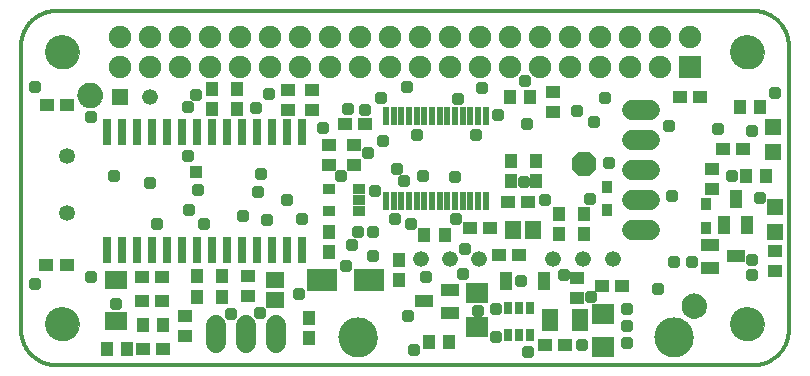
<source format=gts>
G75*
%MOIN*%
%OFA0B0*%
%FSLAX25Y25*%
%IPPOS*%
%LPD*%
%AMOC8*
5,1,8,0,0,1.08239X$1,22.5*
%
%ADD10C,0.01200*%
%ADD11R,0.04831X0.04437*%
%ADD12R,0.04437X0.04831*%
%ADD13R,0.07587X0.06799*%
%ADD14R,0.05224X0.07390*%
%ADD15R,0.04437X0.06406*%
%ADD16R,0.02862X0.04043*%
%ADD17C,0.06500*%
%ADD18R,0.03650X0.04437*%
%ADD19R,0.06012X0.04437*%
%ADD20R,0.04437X0.06012*%
%ADD21R,0.02075X0.06406*%
%ADD22R,0.05224X0.05224*%
%ADD23R,0.03100X0.08500*%
%ADD24C,0.05300*%
%ADD25R,0.04398X0.03217*%
%ADD26R,0.06406X0.05618*%
%ADD27R,0.07587X0.06012*%
%ADD28R,0.10343X0.07193*%
%ADD29R,0.05618X0.06406*%
%ADD30C,0.00000*%
%ADD31C,0.13098*%
%ADD32C,0.05224*%
%ADD33OC8,0.08100*%
%ADD34R,0.07500X0.07500*%
%ADD35C,0.07500*%
%ADD36C,0.11327*%
%ADD37C,0.00500*%
%ADD38OC8,0.04262*%
%ADD39R,0.04262X0.04262*%
D10*
X0015580Y0025231D02*
X0247863Y0025231D01*
X0248148Y0025234D01*
X0248434Y0025245D01*
X0248719Y0025262D01*
X0249003Y0025286D01*
X0249287Y0025317D01*
X0249570Y0025355D01*
X0249851Y0025400D01*
X0250132Y0025451D01*
X0250412Y0025509D01*
X0250690Y0025574D01*
X0250966Y0025646D01*
X0251240Y0025724D01*
X0251513Y0025809D01*
X0251783Y0025901D01*
X0252051Y0025999D01*
X0252317Y0026103D01*
X0252580Y0026214D01*
X0252840Y0026331D01*
X0253098Y0026454D01*
X0253352Y0026584D01*
X0253603Y0026720D01*
X0253851Y0026861D01*
X0254095Y0027009D01*
X0254336Y0027162D01*
X0254572Y0027322D01*
X0254805Y0027487D01*
X0255034Y0027657D01*
X0255259Y0027833D01*
X0255479Y0028015D01*
X0255695Y0028201D01*
X0255906Y0028393D01*
X0256113Y0028590D01*
X0256315Y0028792D01*
X0256512Y0028999D01*
X0256704Y0029210D01*
X0256890Y0029426D01*
X0257072Y0029646D01*
X0257248Y0029871D01*
X0257418Y0030100D01*
X0257583Y0030333D01*
X0257743Y0030569D01*
X0257896Y0030810D01*
X0258044Y0031054D01*
X0258185Y0031302D01*
X0258321Y0031553D01*
X0258451Y0031807D01*
X0258574Y0032065D01*
X0258691Y0032325D01*
X0258802Y0032588D01*
X0258906Y0032854D01*
X0259004Y0033122D01*
X0259096Y0033392D01*
X0259181Y0033665D01*
X0259259Y0033939D01*
X0259331Y0034215D01*
X0259396Y0034493D01*
X0259454Y0034773D01*
X0259505Y0035054D01*
X0259550Y0035335D01*
X0259588Y0035618D01*
X0259619Y0035902D01*
X0259643Y0036186D01*
X0259660Y0036471D01*
X0259671Y0036757D01*
X0259674Y0037042D01*
X0259674Y0131530D01*
X0259671Y0131815D01*
X0259660Y0132101D01*
X0259643Y0132386D01*
X0259619Y0132670D01*
X0259588Y0132954D01*
X0259550Y0133237D01*
X0259505Y0133518D01*
X0259454Y0133799D01*
X0259396Y0134079D01*
X0259331Y0134357D01*
X0259259Y0134633D01*
X0259181Y0134907D01*
X0259096Y0135180D01*
X0259004Y0135450D01*
X0258906Y0135718D01*
X0258802Y0135984D01*
X0258691Y0136247D01*
X0258574Y0136507D01*
X0258451Y0136765D01*
X0258321Y0137019D01*
X0258185Y0137270D01*
X0258044Y0137518D01*
X0257896Y0137762D01*
X0257743Y0138003D01*
X0257583Y0138239D01*
X0257418Y0138472D01*
X0257248Y0138701D01*
X0257072Y0138926D01*
X0256890Y0139146D01*
X0256704Y0139362D01*
X0256512Y0139573D01*
X0256315Y0139780D01*
X0256113Y0139982D01*
X0255906Y0140179D01*
X0255695Y0140371D01*
X0255479Y0140557D01*
X0255259Y0140739D01*
X0255034Y0140915D01*
X0254805Y0141085D01*
X0254572Y0141250D01*
X0254336Y0141410D01*
X0254095Y0141563D01*
X0253851Y0141711D01*
X0253603Y0141852D01*
X0253352Y0141988D01*
X0253098Y0142118D01*
X0252840Y0142241D01*
X0252580Y0142358D01*
X0252317Y0142469D01*
X0252051Y0142573D01*
X0251783Y0142671D01*
X0251513Y0142763D01*
X0251240Y0142848D01*
X0250966Y0142926D01*
X0250690Y0142998D01*
X0250412Y0143063D01*
X0250132Y0143121D01*
X0249851Y0143172D01*
X0249570Y0143217D01*
X0249287Y0143255D01*
X0249003Y0143286D01*
X0248719Y0143310D01*
X0248434Y0143327D01*
X0248148Y0143338D01*
X0247863Y0143341D01*
X0015580Y0143341D01*
X0015295Y0143338D01*
X0015009Y0143327D01*
X0014724Y0143310D01*
X0014440Y0143286D01*
X0014156Y0143255D01*
X0013873Y0143217D01*
X0013592Y0143172D01*
X0013311Y0143121D01*
X0013031Y0143063D01*
X0012753Y0142998D01*
X0012477Y0142926D01*
X0012203Y0142848D01*
X0011930Y0142763D01*
X0011660Y0142671D01*
X0011392Y0142573D01*
X0011126Y0142469D01*
X0010863Y0142358D01*
X0010603Y0142241D01*
X0010345Y0142118D01*
X0010091Y0141988D01*
X0009840Y0141852D01*
X0009592Y0141711D01*
X0009348Y0141563D01*
X0009107Y0141410D01*
X0008871Y0141250D01*
X0008638Y0141085D01*
X0008409Y0140915D01*
X0008184Y0140739D01*
X0007964Y0140557D01*
X0007748Y0140371D01*
X0007537Y0140179D01*
X0007330Y0139982D01*
X0007128Y0139780D01*
X0006931Y0139573D01*
X0006739Y0139362D01*
X0006553Y0139146D01*
X0006371Y0138926D01*
X0006195Y0138701D01*
X0006025Y0138472D01*
X0005860Y0138239D01*
X0005700Y0138003D01*
X0005547Y0137762D01*
X0005399Y0137518D01*
X0005258Y0137270D01*
X0005122Y0137019D01*
X0004992Y0136765D01*
X0004869Y0136507D01*
X0004752Y0136247D01*
X0004641Y0135984D01*
X0004537Y0135718D01*
X0004439Y0135450D01*
X0004347Y0135180D01*
X0004262Y0134907D01*
X0004184Y0134633D01*
X0004112Y0134357D01*
X0004047Y0134079D01*
X0003989Y0133799D01*
X0003938Y0133518D01*
X0003893Y0133237D01*
X0003855Y0132954D01*
X0003824Y0132670D01*
X0003800Y0132386D01*
X0003783Y0132101D01*
X0003772Y0131815D01*
X0003769Y0131530D01*
X0003769Y0037042D01*
X0003772Y0036757D01*
X0003783Y0036471D01*
X0003800Y0036186D01*
X0003824Y0035902D01*
X0003855Y0035618D01*
X0003893Y0035335D01*
X0003938Y0035054D01*
X0003989Y0034773D01*
X0004047Y0034493D01*
X0004112Y0034215D01*
X0004184Y0033939D01*
X0004262Y0033665D01*
X0004347Y0033392D01*
X0004439Y0033122D01*
X0004537Y0032854D01*
X0004641Y0032588D01*
X0004752Y0032325D01*
X0004869Y0032065D01*
X0004992Y0031807D01*
X0005122Y0031553D01*
X0005258Y0031302D01*
X0005399Y0031054D01*
X0005547Y0030810D01*
X0005700Y0030569D01*
X0005860Y0030333D01*
X0006025Y0030100D01*
X0006195Y0029871D01*
X0006371Y0029646D01*
X0006553Y0029426D01*
X0006739Y0029210D01*
X0006931Y0028999D01*
X0007128Y0028792D01*
X0007330Y0028590D01*
X0007537Y0028393D01*
X0007748Y0028201D01*
X0007964Y0028015D01*
X0008184Y0027833D01*
X0008409Y0027657D01*
X0008638Y0027487D01*
X0008871Y0027322D01*
X0009107Y0027162D01*
X0009348Y0027009D01*
X0009592Y0026861D01*
X0009840Y0026720D01*
X0010091Y0026584D01*
X0010345Y0026454D01*
X0010603Y0026331D01*
X0010863Y0026214D01*
X0011126Y0026103D01*
X0011392Y0025999D01*
X0011660Y0025901D01*
X0011930Y0025809D01*
X0012203Y0025724D01*
X0012477Y0025646D01*
X0012753Y0025574D01*
X0013031Y0025509D01*
X0013311Y0025451D01*
X0013592Y0025400D01*
X0013873Y0025355D01*
X0014156Y0025317D01*
X0014440Y0025286D01*
X0014724Y0025262D01*
X0015009Y0025245D01*
X0015295Y0025234D01*
X0015580Y0025231D01*
D11*
X0044241Y0030743D03*
X0050934Y0030743D03*
X0058375Y0034995D03*
X0058375Y0041688D03*
X0050816Y0046767D03*
X0044123Y0046767D03*
X0044202Y0054759D03*
X0050894Y0054759D03*
X0079556Y0054877D03*
X0079556Y0048184D03*
X0018926Y0058578D03*
X0012233Y0058578D03*
X0106328Y0092082D03*
X0114595Y0092042D03*
X0114595Y0098735D03*
X0106328Y0098775D03*
X0111721Y0105625D03*
X0118414Y0105625D03*
X0100816Y0110389D03*
X0092666Y0110389D03*
X0092666Y0117082D03*
X0100816Y0117082D03*
X0166131Y0079680D03*
X0172824Y0079680D03*
X0160186Y0070822D03*
X0153493Y0070822D03*
X0162942Y0062042D03*
X0169635Y0062042D03*
X0189202Y0054326D03*
X0197272Y0051727D03*
X0203965Y0051727D03*
X0189202Y0047633D03*
X0185009Y0031944D03*
X0178316Y0031944D03*
X0255146Y0056767D03*
X0255146Y0063460D03*
X0234083Y0084089D03*
X0234083Y0090782D03*
X0237587Y0097397D03*
X0244280Y0097397D03*
X0230068Y0114483D03*
X0223375Y0114483D03*
X0180934Y0116294D03*
X0180934Y0109601D03*
X0019044Y0112121D03*
X0012351Y0112121D03*
D12*
X0067548Y0110586D03*
X0075698Y0110625D03*
X0075698Y0117318D03*
X0067548Y0117278D03*
X0106446Y0069798D03*
X0106446Y0063105D03*
X0129733Y0060192D03*
X0129733Y0053499D03*
X0138217Y0068538D03*
X0144910Y0068538D03*
X0167233Y0086491D03*
X0175501Y0086688D03*
X0175501Y0093381D03*
X0167233Y0093184D03*
X0183178Y0075507D03*
X0191367Y0075546D03*
X0191367Y0068853D03*
X0183178Y0068814D03*
X0245461Y0088420D03*
X0252154Y0088420D03*
X0250028Y0111255D03*
X0243335Y0111255D03*
X0173493Y0114798D03*
X0166800Y0114798D03*
X0070894Y0054837D03*
X0062430Y0054837D03*
X0062430Y0048145D03*
X0070894Y0048145D03*
X0050934Y0038735D03*
X0044241Y0038735D03*
X0039044Y0030743D03*
X0032351Y0030743D03*
X0099635Y0034286D03*
X0099635Y0040979D03*
X0139635Y0033105D03*
X0146328Y0033105D03*
D13*
X0155619Y0038145D03*
X0155619Y0049168D03*
X0197666Y0042200D03*
X0197666Y0031176D03*
D14*
X0189969Y0040389D03*
X0179930Y0040389D03*
D15*
X0178080Y0053204D03*
X0165284Y0053204D03*
D16*
X0165934Y0044208D03*
X0169674Y0044208D03*
X0173414Y0044208D03*
X0173414Y0035152D03*
X0169674Y0035152D03*
X0165934Y0035152D03*
D17*
X0207461Y0070152D02*
X0213461Y0070152D01*
X0213461Y0080152D02*
X0207461Y0080152D01*
X0207461Y0090152D02*
X0213461Y0090152D01*
X0213461Y0100152D02*
X0207461Y0100152D01*
X0207461Y0110152D02*
X0213461Y0110152D01*
X0088690Y0038487D02*
X0088690Y0032487D01*
X0078690Y0032487D02*
X0078690Y0038487D01*
X0068690Y0038487D02*
X0068690Y0032487D01*
D18*
X0199083Y0076885D03*
X0199083Y0084759D03*
X0232154Y0078971D03*
X0232154Y0071097D03*
D19*
X0233532Y0065231D03*
X0242194Y0061491D03*
X0233532Y0057751D03*
X0146879Y0050231D03*
X0138217Y0046491D03*
X0146879Y0042751D03*
D20*
X0238178Y0071924D03*
X0245658Y0071924D03*
X0241918Y0080586D03*
D21*
X0158670Y0079818D03*
X0156111Y0079818D03*
X0153552Y0079818D03*
X0150993Y0079818D03*
X0148434Y0079818D03*
X0145875Y0079818D03*
X0143316Y0079818D03*
X0140757Y0079818D03*
X0138198Y0079818D03*
X0135639Y0079818D03*
X0133080Y0079818D03*
X0130520Y0079818D03*
X0127961Y0079818D03*
X0125402Y0079818D03*
X0125402Y0108361D03*
X0127961Y0108361D03*
X0130520Y0108361D03*
X0133080Y0108361D03*
X0135639Y0108361D03*
X0138198Y0108361D03*
X0140757Y0108361D03*
X0143316Y0108361D03*
X0145875Y0108361D03*
X0148434Y0108361D03*
X0150993Y0108361D03*
X0153552Y0108361D03*
X0156111Y0108361D03*
X0158670Y0108361D03*
D22*
X0254556Y0104562D03*
X0254556Y0096294D03*
X0255028Y0078066D03*
X0255028Y0069798D03*
X0036721Y0114562D03*
D23*
X0037568Y0103141D03*
X0042568Y0103141D03*
X0047568Y0103141D03*
X0052568Y0103141D03*
X0057568Y0103141D03*
X0062568Y0103141D03*
X0067568Y0103141D03*
X0072568Y0103141D03*
X0077568Y0103141D03*
X0082568Y0103141D03*
X0087568Y0103141D03*
X0092568Y0103141D03*
X0097568Y0103141D03*
X0032568Y0103141D03*
X0032568Y0063541D03*
X0037568Y0063541D03*
X0042568Y0063541D03*
X0047568Y0063541D03*
X0052568Y0063541D03*
X0057568Y0063541D03*
X0062568Y0063541D03*
X0067568Y0063541D03*
X0072568Y0063541D03*
X0077568Y0063541D03*
X0082568Y0063541D03*
X0087568Y0063541D03*
X0092568Y0063541D03*
X0097568Y0063541D03*
D24*
X0018965Y0075889D03*
X0018965Y0094889D03*
D25*
X0106367Y0084129D03*
X0116564Y0084129D03*
X0116564Y0080389D03*
X0116564Y0076649D03*
X0106367Y0076649D03*
D26*
X0088335Y0053656D03*
X0088335Y0046963D03*
D27*
X0035501Y0053499D03*
X0035501Y0040113D03*
D28*
X0104064Y0053538D03*
X0119812Y0053538D03*
D29*
X0167784Y0070310D03*
X0174477Y0070310D03*
D30*
X0214989Y0034483D02*
X0214991Y0034641D01*
X0214997Y0034799D01*
X0215007Y0034957D01*
X0215021Y0035115D01*
X0215039Y0035272D01*
X0215060Y0035429D01*
X0215086Y0035585D01*
X0215116Y0035741D01*
X0215149Y0035896D01*
X0215187Y0036049D01*
X0215228Y0036202D01*
X0215273Y0036354D01*
X0215322Y0036505D01*
X0215375Y0036654D01*
X0215431Y0036802D01*
X0215491Y0036948D01*
X0215555Y0037093D01*
X0215623Y0037236D01*
X0215694Y0037378D01*
X0215768Y0037518D01*
X0215846Y0037655D01*
X0215928Y0037791D01*
X0216012Y0037925D01*
X0216101Y0038056D01*
X0216192Y0038185D01*
X0216287Y0038312D01*
X0216384Y0038437D01*
X0216485Y0038559D01*
X0216589Y0038678D01*
X0216696Y0038795D01*
X0216806Y0038909D01*
X0216919Y0039020D01*
X0217034Y0039129D01*
X0217152Y0039234D01*
X0217273Y0039336D01*
X0217396Y0039436D01*
X0217522Y0039532D01*
X0217650Y0039625D01*
X0217780Y0039715D01*
X0217913Y0039801D01*
X0218048Y0039885D01*
X0218184Y0039964D01*
X0218323Y0040041D01*
X0218464Y0040113D01*
X0218606Y0040183D01*
X0218750Y0040248D01*
X0218896Y0040310D01*
X0219043Y0040368D01*
X0219192Y0040423D01*
X0219342Y0040474D01*
X0219493Y0040521D01*
X0219645Y0040564D01*
X0219798Y0040603D01*
X0219953Y0040639D01*
X0220108Y0040670D01*
X0220264Y0040698D01*
X0220420Y0040722D01*
X0220577Y0040742D01*
X0220735Y0040758D01*
X0220892Y0040770D01*
X0221051Y0040778D01*
X0221209Y0040782D01*
X0221367Y0040782D01*
X0221525Y0040778D01*
X0221684Y0040770D01*
X0221841Y0040758D01*
X0221999Y0040742D01*
X0222156Y0040722D01*
X0222312Y0040698D01*
X0222468Y0040670D01*
X0222623Y0040639D01*
X0222778Y0040603D01*
X0222931Y0040564D01*
X0223083Y0040521D01*
X0223234Y0040474D01*
X0223384Y0040423D01*
X0223533Y0040368D01*
X0223680Y0040310D01*
X0223826Y0040248D01*
X0223970Y0040183D01*
X0224112Y0040113D01*
X0224253Y0040041D01*
X0224392Y0039964D01*
X0224528Y0039885D01*
X0224663Y0039801D01*
X0224796Y0039715D01*
X0224926Y0039625D01*
X0225054Y0039532D01*
X0225180Y0039436D01*
X0225303Y0039336D01*
X0225424Y0039234D01*
X0225542Y0039129D01*
X0225657Y0039020D01*
X0225770Y0038909D01*
X0225880Y0038795D01*
X0225987Y0038678D01*
X0226091Y0038559D01*
X0226192Y0038437D01*
X0226289Y0038312D01*
X0226384Y0038185D01*
X0226475Y0038056D01*
X0226564Y0037925D01*
X0226648Y0037791D01*
X0226730Y0037655D01*
X0226808Y0037518D01*
X0226882Y0037378D01*
X0226953Y0037236D01*
X0227021Y0037093D01*
X0227085Y0036948D01*
X0227145Y0036802D01*
X0227201Y0036654D01*
X0227254Y0036505D01*
X0227303Y0036354D01*
X0227348Y0036202D01*
X0227389Y0036049D01*
X0227427Y0035896D01*
X0227460Y0035741D01*
X0227490Y0035585D01*
X0227516Y0035429D01*
X0227537Y0035272D01*
X0227555Y0035115D01*
X0227569Y0034957D01*
X0227579Y0034799D01*
X0227585Y0034641D01*
X0227587Y0034483D01*
X0227585Y0034325D01*
X0227579Y0034167D01*
X0227569Y0034009D01*
X0227555Y0033851D01*
X0227537Y0033694D01*
X0227516Y0033537D01*
X0227490Y0033381D01*
X0227460Y0033225D01*
X0227427Y0033070D01*
X0227389Y0032917D01*
X0227348Y0032764D01*
X0227303Y0032612D01*
X0227254Y0032461D01*
X0227201Y0032312D01*
X0227145Y0032164D01*
X0227085Y0032018D01*
X0227021Y0031873D01*
X0226953Y0031730D01*
X0226882Y0031588D01*
X0226808Y0031448D01*
X0226730Y0031311D01*
X0226648Y0031175D01*
X0226564Y0031041D01*
X0226475Y0030910D01*
X0226384Y0030781D01*
X0226289Y0030654D01*
X0226192Y0030529D01*
X0226091Y0030407D01*
X0225987Y0030288D01*
X0225880Y0030171D01*
X0225770Y0030057D01*
X0225657Y0029946D01*
X0225542Y0029837D01*
X0225424Y0029732D01*
X0225303Y0029630D01*
X0225180Y0029530D01*
X0225054Y0029434D01*
X0224926Y0029341D01*
X0224796Y0029251D01*
X0224663Y0029165D01*
X0224528Y0029081D01*
X0224392Y0029002D01*
X0224253Y0028925D01*
X0224112Y0028853D01*
X0223970Y0028783D01*
X0223826Y0028718D01*
X0223680Y0028656D01*
X0223533Y0028598D01*
X0223384Y0028543D01*
X0223234Y0028492D01*
X0223083Y0028445D01*
X0222931Y0028402D01*
X0222778Y0028363D01*
X0222623Y0028327D01*
X0222468Y0028296D01*
X0222312Y0028268D01*
X0222156Y0028244D01*
X0221999Y0028224D01*
X0221841Y0028208D01*
X0221684Y0028196D01*
X0221525Y0028188D01*
X0221367Y0028184D01*
X0221209Y0028184D01*
X0221051Y0028188D01*
X0220892Y0028196D01*
X0220735Y0028208D01*
X0220577Y0028224D01*
X0220420Y0028244D01*
X0220264Y0028268D01*
X0220108Y0028296D01*
X0219953Y0028327D01*
X0219798Y0028363D01*
X0219645Y0028402D01*
X0219493Y0028445D01*
X0219342Y0028492D01*
X0219192Y0028543D01*
X0219043Y0028598D01*
X0218896Y0028656D01*
X0218750Y0028718D01*
X0218606Y0028783D01*
X0218464Y0028853D01*
X0218323Y0028925D01*
X0218184Y0029002D01*
X0218048Y0029081D01*
X0217913Y0029165D01*
X0217780Y0029251D01*
X0217650Y0029341D01*
X0217522Y0029434D01*
X0217396Y0029530D01*
X0217273Y0029630D01*
X0217152Y0029732D01*
X0217034Y0029837D01*
X0216919Y0029946D01*
X0216806Y0030057D01*
X0216696Y0030171D01*
X0216589Y0030288D01*
X0216485Y0030407D01*
X0216384Y0030529D01*
X0216287Y0030654D01*
X0216192Y0030781D01*
X0216101Y0030910D01*
X0216012Y0031041D01*
X0215928Y0031175D01*
X0215846Y0031311D01*
X0215768Y0031448D01*
X0215694Y0031588D01*
X0215623Y0031730D01*
X0215555Y0031873D01*
X0215491Y0032018D01*
X0215431Y0032164D01*
X0215375Y0032312D01*
X0215322Y0032461D01*
X0215273Y0032612D01*
X0215228Y0032764D01*
X0215187Y0032917D01*
X0215149Y0033070D01*
X0215116Y0033225D01*
X0215086Y0033381D01*
X0215060Y0033537D01*
X0215039Y0033694D01*
X0215021Y0033851D01*
X0215007Y0034009D01*
X0214997Y0034167D01*
X0214991Y0034325D01*
X0214989Y0034483D01*
X0240481Y0039011D02*
X0240483Y0039158D01*
X0240489Y0039304D01*
X0240499Y0039450D01*
X0240513Y0039596D01*
X0240531Y0039742D01*
X0240552Y0039887D01*
X0240578Y0040031D01*
X0240608Y0040175D01*
X0240641Y0040317D01*
X0240678Y0040459D01*
X0240719Y0040600D01*
X0240764Y0040739D01*
X0240813Y0040878D01*
X0240865Y0041015D01*
X0240922Y0041150D01*
X0240981Y0041284D01*
X0241045Y0041416D01*
X0241112Y0041546D01*
X0241182Y0041675D01*
X0241256Y0041802D01*
X0241333Y0041926D01*
X0241414Y0042049D01*
X0241498Y0042169D01*
X0241585Y0042287D01*
X0241675Y0042402D01*
X0241768Y0042515D01*
X0241865Y0042626D01*
X0241964Y0042734D01*
X0242066Y0042839D01*
X0242171Y0042941D01*
X0242279Y0043040D01*
X0242390Y0043137D01*
X0242503Y0043230D01*
X0242618Y0043320D01*
X0242736Y0043407D01*
X0242856Y0043491D01*
X0242979Y0043572D01*
X0243103Y0043649D01*
X0243230Y0043723D01*
X0243359Y0043793D01*
X0243489Y0043860D01*
X0243621Y0043924D01*
X0243755Y0043983D01*
X0243890Y0044040D01*
X0244027Y0044092D01*
X0244166Y0044141D01*
X0244305Y0044186D01*
X0244446Y0044227D01*
X0244588Y0044264D01*
X0244730Y0044297D01*
X0244874Y0044327D01*
X0245018Y0044353D01*
X0245163Y0044374D01*
X0245309Y0044392D01*
X0245455Y0044406D01*
X0245601Y0044416D01*
X0245747Y0044422D01*
X0245894Y0044424D01*
X0246041Y0044422D01*
X0246187Y0044416D01*
X0246333Y0044406D01*
X0246479Y0044392D01*
X0246625Y0044374D01*
X0246770Y0044353D01*
X0246914Y0044327D01*
X0247058Y0044297D01*
X0247200Y0044264D01*
X0247342Y0044227D01*
X0247483Y0044186D01*
X0247622Y0044141D01*
X0247761Y0044092D01*
X0247898Y0044040D01*
X0248033Y0043983D01*
X0248167Y0043924D01*
X0248299Y0043860D01*
X0248429Y0043793D01*
X0248558Y0043723D01*
X0248685Y0043649D01*
X0248809Y0043572D01*
X0248932Y0043491D01*
X0249052Y0043407D01*
X0249170Y0043320D01*
X0249285Y0043230D01*
X0249398Y0043137D01*
X0249509Y0043040D01*
X0249617Y0042941D01*
X0249722Y0042839D01*
X0249824Y0042734D01*
X0249923Y0042626D01*
X0250020Y0042515D01*
X0250113Y0042402D01*
X0250203Y0042287D01*
X0250290Y0042169D01*
X0250374Y0042049D01*
X0250455Y0041926D01*
X0250532Y0041802D01*
X0250606Y0041675D01*
X0250676Y0041546D01*
X0250743Y0041416D01*
X0250807Y0041284D01*
X0250866Y0041150D01*
X0250923Y0041015D01*
X0250975Y0040878D01*
X0251024Y0040739D01*
X0251069Y0040600D01*
X0251110Y0040459D01*
X0251147Y0040317D01*
X0251180Y0040175D01*
X0251210Y0040031D01*
X0251236Y0039887D01*
X0251257Y0039742D01*
X0251275Y0039596D01*
X0251289Y0039450D01*
X0251299Y0039304D01*
X0251305Y0039158D01*
X0251307Y0039011D01*
X0251305Y0038864D01*
X0251299Y0038718D01*
X0251289Y0038572D01*
X0251275Y0038426D01*
X0251257Y0038280D01*
X0251236Y0038135D01*
X0251210Y0037991D01*
X0251180Y0037847D01*
X0251147Y0037705D01*
X0251110Y0037563D01*
X0251069Y0037422D01*
X0251024Y0037283D01*
X0250975Y0037144D01*
X0250923Y0037007D01*
X0250866Y0036872D01*
X0250807Y0036738D01*
X0250743Y0036606D01*
X0250676Y0036476D01*
X0250606Y0036347D01*
X0250532Y0036220D01*
X0250455Y0036096D01*
X0250374Y0035973D01*
X0250290Y0035853D01*
X0250203Y0035735D01*
X0250113Y0035620D01*
X0250020Y0035507D01*
X0249923Y0035396D01*
X0249824Y0035288D01*
X0249722Y0035183D01*
X0249617Y0035081D01*
X0249509Y0034982D01*
X0249398Y0034885D01*
X0249285Y0034792D01*
X0249170Y0034702D01*
X0249052Y0034615D01*
X0248932Y0034531D01*
X0248809Y0034450D01*
X0248685Y0034373D01*
X0248558Y0034299D01*
X0248429Y0034229D01*
X0248299Y0034162D01*
X0248167Y0034098D01*
X0248033Y0034039D01*
X0247898Y0033982D01*
X0247761Y0033930D01*
X0247622Y0033881D01*
X0247483Y0033836D01*
X0247342Y0033795D01*
X0247200Y0033758D01*
X0247058Y0033725D01*
X0246914Y0033695D01*
X0246770Y0033669D01*
X0246625Y0033648D01*
X0246479Y0033630D01*
X0246333Y0033616D01*
X0246187Y0033606D01*
X0246041Y0033600D01*
X0245894Y0033598D01*
X0245747Y0033600D01*
X0245601Y0033606D01*
X0245455Y0033616D01*
X0245309Y0033630D01*
X0245163Y0033648D01*
X0245018Y0033669D01*
X0244874Y0033695D01*
X0244730Y0033725D01*
X0244588Y0033758D01*
X0244446Y0033795D01*
X0244305Y0033836D01*
X0244166Y0033881D01*
X0244027Y0033930D01*
X0243890Y0033982D01*
X0243755Y0034039D01*
X0243621Y0034098D01*
X0243489Y0034162D01*
X0243359Y0034229D01*
X0243230Y0034299D01*
X0243103Y0034373D01*
X0242979Y0034450D01*
X0242856Y0034531D01*
X0242736Y0034615D01*
X0242618Y0034702D01*
X0242503Y0034792D01*
X0242390Y0034885D01*
X0242279Y0034982D01*
X0242171Y0035081D01*
X0242066Y0035183D01*
X0241964Y0035288D01*
X0241865Y0035396D01*
X0241768Y0035507D01*
X0241675Y0035620D01*
X0241585Y0035735D01*
X0241498Y0035853D01*
X0241414Y0035973D01*
X0241333Y0036096D01*
X0241256Y0036220D01*
X0241182Y0036347D01*
X0241112Y0036476D01*
X0241045Y0036606D01*
X0240981Y0036738D01*
X0240922Y0036872D01*
X0240865Y0037007D01*
X0240813Y0037144D01*
X0240764Y0037283D01*
X0240719Y0037422D01*
X0240678Y0037563D01*
X0240641Y0037705D01*
X0240608Y0037847D01*
X0240578Y0037991D01*
X0240552Y0038135D01*
X0240531Y0038280D01*
X0240513Y0038426D01*
X0240499Y0038572D01*
X0240489Y0038718D01*
X0240483Y0038864D01*
X0240481Y0039011D01*
X0109674Y0034483D02*
X0109676Y0034641D01*
X0109682Y0034799D01*
X0109692Y0034957D01*
X0109706Y0035115D01*
X0109724Y0035272D01*
X0109745Y0035429D01*
X0109771Y0035585D01*
X0109801Y0035741D01*
X0109834Y0035896D01*
X0109872Y0036049D01*
X0109913Y0036202D01*
X0109958Y0036354D01*
X0110007Y0036505D01*
X0110060Y0036654D01*
X0110116Y0036802D01*
X0110176Y0036948D01*
X0110240Y0037093D01*
X0110308Y0037236D01*
X0110379Y0037378D01*
X0110453Y0037518D01*
X0110531Y0037655D01*
X0110613Y0037791D01*
X0110697Y0037925D01*
X0110786Y0038056D01*
X0110877Y0038185D01*
X0110972Y0038312D01*
X0111069Y0038437D01*
X0111170Y0038559D01*
X0111274Y0038678D01*
X0111381Y0038795D01*
X0111491Y0038909D01*
X0111604Y0039020D01*
X0111719Y0039129D01*
X0111837Y0039234D01*
X0111958Y0039336D01*
X0112081Y0039436D01*
X0112207Y0039532D01*
X0112335Y0039625D01*
X0112465Y0039715D01*
X0112598Y0039801D01*
X0112733Y0039885D01*
X0112869Y0039964D01*
X0113008Y0040041D01*
X0113149Y0040113D01*
X0113291Y0040183D01*
X0113435Y0040248D01*
X0113581Y0040310D01*
X0113728Y0040368D01*
X0113877Y0040423D01*
X0114027Y0040474D01*
X0114178Y0040521D01*
X0114330Y0040564D01*
X0114483Y0040603D01*
X0114638Y0040639D01*
X0114793Y0040670D01*
X0114949Y0040698D01*
X0115105Y0040722D01*
X0115262Y0040742D01*
X0115420Y0040758D01*
X0115577Y0040770D01*
X0115736Y0040778D01*
X0115894Y0040782D01*
X0116052Y0040782D01*
X0116210Y0040778D01*
X0116369Y0040770D01*
X0116526Y0040758D01*
X0116684Y0040742D01*
X0116841Y0040722D01*
X0116997Y0040698D01*
X0117153Y0040670D01*
X0117308Y0040639D01*
X0117463Y0040603D01*
X0117616Y0040564D01*
X0117768Y0040521D01*
X0117919Y0040474D01*
X0118069Y0040423D01*
X0118218Y0040368D01*
X0118365Y0040310D01*
X0118511Y0040248D01*
X0118655Y0040183D01*
X0118797Y0040113D01*
X0118938Y0040041D01*
X0119077Y0039964D01*
X0119213Y0039885D01*
X0119348Y0039801D01*
X0119481Y0039715D01*
X0119611Y0039625D01*
X0119739Y0039532D01*
X0119865Y0039436D01*
X0119988Y0039336D01*
X0120109Y0039234D01*
X0120227Y0039129D01*
X0120342Y0039020D01*
X0120455Y0038909D01*
X0120565Y0038795D01*
X0120672Y0038678D01*
X0120776Y0038559D01*
X0120877Y0038437D01*
X0120974Y0038312D01*
X0121069Y0038185D01*
X0121160Y0038056D01*
X0121249Y0037925D01*
X0121333Y0037791D01*
X0121415Y0037655D01*
X0121493Y0037518D01*
X0121567Y0037378D01*
X0121638Y0037236D01*
X0121706Y0037093D01*
X0121770Y0036948D01*
X0121830Y0036802D01*
X0121886Y0036654D01*
X0121939Y0036505D01*
X0121988Y0036354D01*
X0122033Y0036202D01*
X0122074Y0036049D01*
X0122112Y0035896D01*
X0122145Y0035741D01*
X0122175Y0035585D01*
X0122201Y0035429D01*
X0122222Y0035272D01*
X0122240Y0035115D01*
X0122254Y0034957D01*
X0122264Y0034799D01*
X0122270Y0034641D01*
X0122272Y0034483D01*
X0122270Y0034325D01*
X0122264Y0034167D01*
X0122254Y0034009D01*
X0122240Y0033851D01*
X0122222Y0033694D01*
X0122201Y0033537D01*
X0122175Y0033381D01*
X0122145Y0033225D01*
X0122112Y0033070D01*
X0122074Y0032917D01*
X0122033Y0032764D01*
X0121988Y0032612D01*
X0121939Y0032461D01*
X0121886Y0032312D01*
X0121830Y0032164D01*
X0121770Y0032018D01*
X0121706Y0031873D01*
X0121638Y0031730D01*
X0121567Y0031588D01*
X0121493Y0031448D01*
X0121415Y0031311D01*
X0121333Y0031175D01*
X0121249Y0031041D01*
X0121160Y0030910D01*
X0121069Y0030781D01*
X0120974Y0030654D01*
X0120877Y0030529D01*
X0120776Y0030407D01*
X0120672Y0030288D01*
X0120565Y0030171D01*
X0120455Y0030057D01*
X0120342Y0029946D01*
X0120227Y0029837D01*
X0120109Y0029732D01*
X0119988Y0029630D01*
X0119865Y0029530D01*
X0119739Y0029434D01*
X0119611Y0029341D01*
X0119481Y0029251D01*
X0119348Y0029165D01*
X0119213Y0029081D01*
X0119077Y0029002D01*
X0118938Y0028925D01*
X0118797Y0028853D01*
X0118655Y0028783D01*
X0118511Y0028718D01*
X0118365Y0028656D01*
X0118218Y0028598D01*
X0118069Y0028543D01*
X0117919Y0028492D01*
X0117768Y0028445D01*
X0117616Y0028402D01*
X0117463Y0028363D01*
X0117308Y0028327D01*
X0117153Y0028296D01*
X0116997Y0028268D01*
X0116841Y0028244D01*
X0116684Y0028224D01*
X0116526Y0028208D01*
X0116369Y0028196D01*
X0116210Y0028188D01*
X0116052Y0028184D01*
X0115894Y0028184D01*
X0115736Y0028188D01*
X0115577Y0028196D01*
X0115420Y0028208D01*
X0115262Y0028224D01*
X0115105Y0028244D01*
X0114949Y0028268D01*
X0114793Y0028296D01*
X0114638Y0028327D01*
X0114483Y0028363D01*
X0114330Y0028402D01*
X0114178Y0028445D01*
X0114027Y0028492D01*
X0113877Y0028543D01*
X0113728Y0028598D01*
X0113581Y0028656D01*
X0113435Y0028718D01*
X0113291Y0028783D01*
X0113149Y0028853D01*
X0113008Y0028925D01*
X0112869Y0029002D01*
X0112733Y0029081D01*
X0112598Y0029165D01*
X0112465Y0029251D01*
X0112335Y0029341D01*
X0112207Y0029434D01*
X0112081Y0029530D01*
X0111958Y0029630D01*
X0111837Y0029732D01*
X0111719Y0029837D01*
X0111604Y0029946D01*
X0111491Y0030057D01*
X0111381Y0030171D01*
X0111274Y0030288D01*
X0111170Y0030407D01*
X0111069Y0030529D01*
X0110972Y0030654D01*
X0110877Y0030781D01*
X0110786Y0030910D01*
X0110697Y0031041D01*
X0110613Y0031175D01*
X0110531Y0031311D01*
X0110453Y0031448D01*
X0110379Y0031588D01*
X0110308Y0031730D01*
X0110240Y0031873D01*
X0110176Y0032018D01*
X0110116Y0032164D01*
X0110060Y0032312D01*
X0110007Y0032461D01*
X0109958Y0032612D01*
X0109913Y0032764D01*
X0109872Y0032917D01*
X0109834Y0033070D01*
X0109801Y0033225D01*
X0109771Y0033381D01*
X0109745Y0033537D01*
X0109724Y0033694D01*
X0109706Y0033851D01*
X0109692Y0034009D01*
X0109682Y0034167D01*
X0109676Y0034325D01*
X0109674Y0034483D01*
X0012135Y0039011D02*
X0012137Y0039158D01*
X0012143Y0039304D01*
X0012153Y0039450D01*
X0012167Y0039596D01*
X0012185Y0039742D01*
X0012206Y0039887D01*
X0012232Y0040031D01*
X0012262Y0040175D01*
X0012295Y0040317D01*
X0012332Y0040459D01*
X0012373Y0040600D01*
X0012418Y0040739D01*
X0012467Y0040878D01*
X0012519Y0041015D01*
X0012576Y0041150D01*
X0012635Y0041284D01*
X0012699Y0041416D01*
X0012766Y0041546D01*
X0012836Y0041675D01*
X0012910Y0041802D01*
X0012987Y0041926D01*
X0013068Y0042049D01*
X0013152Y0042169D01*
X0013239Y0042287D01*
X0013329Y0042402D01*
X0013422Y0042515D01*
X0013519Y0042626D01*
X0013618Y0042734D01*
X0013720Y0042839D01*
X0013825Y0042941D01*
X0013933Y0043040D01*
X0014044Y0043137D01*
X0014157Y0043230D01*
X0014272Y0043320D01*
X0014390Y0043407D01*
X0014510Y0043491D01*
X0014633Y0043572D01*
X0014757Y0043649D01*
X0014884Y0043723D01*
X0015013Y0043793D01*
X0015143Y0043860D01*
X0015275Y0043924D01*
X0015409Y0043983D01*
X0015544Y0044040D01*
X0015681Y0044092D01*
X0015820Y0044141D01*
X0015959Y0044186D01*
X0016100Y0044227D01*
X0016242Y0044264D01*
X0016384Y0044297D01*
X0016528Y0044327D01*
X0016672Y0044353D01*
X0016817Y0044374D01*
X0016963Y0044392D01*
X0017109Y0044406D01*
X0017255Y0044416D01*
X0017401Y0044422D01*
X0017548Y0044424D01*
X0017695Y0044422D01*
X0017841Y0044416D01*
X0017987Y0044406D01*
X0018133Y0044392D01*
X0018279Y0044374D01*
X0018424Y0044353D01*
X0018568Y0044327D01*
X0018712Y0044297D01*
X0018854Y0044264D01*
X0018996Y0044227D01*
X0019137Y0044186D01*
X0019276Y0044141D01*
X0019415Y0044092D01*
X0019552Y0044040D01*
X0019687Y0043983D01*
X0019821Y0043924D01*
X0019953Y0043860D01*
X0020083Y0043793D01*
X0020212Y0043723D01*
X0020339Y0043649D01*
X0020463Y0043572D01*
X0020586Y0043491D01*
X0020706Y0043407D01*
X0020824Y0043320D01*
X0020939Y0043230D01*
X0021052Y0043137D01*
X0021163Y0043040D01*
X0021271Y0042941D01*
X0021376Y0042839D01*
X0021478Y0042734D01*
X0021577Y0042626D01*
X0021674Y0042515D01*
X0021767Y0042402D01*
X0021857Y0042287D01*
X0021944Y0042169D01*
X0022028Y0042049D01*
X0022109Y0041926D01*
X0022186Y0041802D01*
X0022260Y0041675D01*
X0022330Y0041546D01*
X0022397Y0041416D01*
X0022461Y0041284D01*
X0022520Y0041150D01*
X0022577Y0041015D01*
X0022629Y0040878D01*
X0022678Y0040739D01*
X0022723Y0040600D01*
X0022764Y0040459D01*
X0022801Y0040317D01*
X0022834Y0040175D01*
X0022864Y0040031D01*
X0022890Y0039887D01*
X0022911Y0039742D01*
X0022929Y0039596D01*
X0022943Y0039450D01*
X0022953Y0039304D01*
X0022959Y0039158D01*
X0022961Y0039011D01*
X0022959Y0038864D01*
X0022953Y0038718D01*
X0022943Y0038572D01*
X0022929Y0038426D01*
X0022911Y0038280D01*
X0022890Y0038135D01*
X0022864Y0037991D01*
X0022834Y0037847D01*
X0022801Y0037705D01*
X0022764Y0037563D01*
X0022723Y0037422D01*
X0022678Y0037283D01*
X0022629Y0037144D01*
X0022577Y0037007D01*
X0022520Y0036872D01*
X0022461Y0036738D01*
X0022397Y0036606D01*
X0022330Y0036476D01*
X0022260Y0036347D01*
X0022186Y0036220D01*
X0022109Y0036096D01*
X0022028Y0035973D01*
X0021944Y0035853D01*
X0021857Y0035735D01*
X0021767Y0035620D01*
X0021674Y0035507D01*
X0021577Y0035396D01*
X0021478Y0035288D01*
X0021376Y0035183D01*
X0021271Y0035081D01*
X0021163Y0034982D01*
X0021052Y0034885D01*
X0020939Y0034792D01*
X0020824Y0034702D01*
X0020706Y0034615D01*
X0020586Y0034531D01*
X0020463Y0034450D01*
X0020339Y0034373D01*
X0020212Y0034299D01*
X0020083Y0034229D01*
X0019953Y0034162D01*
X0019821Y0034098D01*
X0019687Y0034039D01*
X0019552Y0033982D01*
X0019415Y0033930D01*
X0019276Y0033881D01*
X0019137Y0033836D01*
X0018996Y0033795D01*
X0018854Y0033758D01*
X0018712Y0033725D01*
X0018568Y0033695D01*
X0018424Y0033669D01*
X0018279Y0033648D01*
X0018133Y0033630D01*
X0017987Y0033616D01*
X0017841Y0033606D01*
X0017695Y0033600D01*
X0017548Y0033598D01*
X0017401Y0033600D01*
X0017255Y0033606D01*
X0017109Y0033616D01*
X0016963Y0033630D01*
X0016817Y0033648D01*
X0016672Y0033669D01*
X0016528Y0033695D01*
X0016384Y0033725D01*
X0016242Y0033758D01*
X0016100Y0033795D01*
X0015959Y0033836D01*
X0015820Y0033881D01*
X0015681Y0033930D01*
X0015544Y0033982D01*
X0015409Y0034039D01*
X0015275Y0034098D01*
X0015143Y0034162D01*
X0015013Y0034229D01*
X0014884Y0034299D01*
X0014757Y0034373D01*
X0014633Y0034450D01*
X0014510Y0034531D01*
X0014390Y0034615D01*
X0014272Y0034702D01*
X0014157Y0034792D01*
X0014044Y0034885D01*
X0013933Y0034982D01*
X0013825Y0035081D01*
X0013720Y0035183D01*
X0013618Y0035288D01*
X0013519Y0035396D01*
X0013422Y0035507D01*
X0013329Y0035620D01*
X0013239Y0035735D01*
X0013152Y0035853D01*
X0013068Y0035973D01*
X0012987Y0036096D01*
X0012910Y0036220D01*
X0012836Y0036347D01*
X0012766Y0036476D01*
X0012699Y0036606D01*
X0012635Y0036738D01*
X0012576Y0036872D01*
X0012519Y0037007D01*
X0012467Y0037144D01*
X0012418Y0037283D01*
X0012373Y0037422D01*
X0012332Y0037563D01*
X0012295Y0037705D01*
X0012262Y0037847D01*
X0012232Y0037991D01*
X0012206Y0038135D01*
X0012185Y0038280D01*
X0012167Y0038426D01*
X0012153Y0038572D01*
X0012143Y0038718D01*
X0012137Y0038864D01*
X0012135Y0039011D01*
X0012135Y0129562D02*
X0012137Y0129709D01*
X0012143Y0129855D01*
X0012153Y0130001D01*
X0012167Y0130147D01*
X0012185Y0130293D01*
X0012206Y0130438D01*
X0012232Y0130582D01*
X0012262Y0130726D01*
X0012295Y0130868D01*
X0012332Y0131010D01*
X0012373Y0131151D01*
X0012418Y0131290D01*
X0012467Y0131429D01*
X0012519Y0131566D01*
X0012576Y0131701D01*
X0012635Y0131835D01*
X0012699Y0131967D01*
X0012766Y0132097D01*
X0012836Y0132226D01*
X0012910Y0132353D01*
X0012987Y0132477D01*
X0013068Y0132600D01*
X0013152Y0132720D01*
X0013239Y0132838D01*
X0013329Y0132953D01*
X0013422Y0133066D01*
X0013519Y0133177D01*
X0013618Y0133285D01*
X0013720Y0133390D01*
X0013825Y0133492D01*
X0013933Y0133591D01*
X0014044Y0133688D01*
X0014157Y0133781D01*
X0014272Y0133871D01*
X0014390Y0133958D01*
X0014510Y0134042D01*
X0014633Y0134123D01*
X0014757Y0134200D01*
X0014884Y0134274D01*
X0015013Y0134344D01*
X0015143Y0134411D01*
X0015275Y0134475D01*
X0015409Y0134534D01*
X0015544Y0134591D01*
X0015681Y0134643D01*
X0015820Y0134692D01*
X0015959Y0134737D01*
X0016100Y0134778D01*
X0016242Y0134815D01*
X0016384Y0134848D01*
X0016528Y0134878D01*
X0016672Y0134904D01*
X0016817Y0134925D01*
X0016963Y0134943D01*
X0017109Y0134957D01*
X0017255Y0134967D01*
X0017401Y0134973D01*
X0017548Y0134975D01*
X0017695Y0134973D01*
X0017841Y0134967D01*
X0017987Y0134957D01*
X0018133Y0134943D01*
X0018279Y0134925D01*
X0018424Y0134904D01*
X0018568Y0134878D01*
X0018712Y0134848D01*
X0018854Y0134815D01*
X0018996Y0134778D01*
X0019137Y0134737D01*
X0019276Y0134692D01*
X0019415Y0134643D01*
X0019552Y0134591D01*
X0019687Y0134534D01*
X0019821Y0134475D01*
X0019953Y0134411D01*
X0020083Y0134344D01*
X0020212Y0134274D01*
X0020339Y0134200D01*
X0020463Y0134123D01*
X0020586Y0134042D01*
X0020706Y0133958D01*
X0020824Y0133871D01*
X0020939Y0133781D01*
X0021052Y0133688D01*
X0021163Y0133591D01*
X0021271Y0133492D01*
X0021376Y0133390D01*
X0021478Y0133285D01*
X0021577Y0133177D01*
X0021674Y0133066D01*
X0021767Y0132953D01*
X0021857Y0132838D01*
X0021944Y0132720D01*
X0022028Y0132600D01*
X0022109Y0132477D01*
X0022186Y0132353D01*
X0022260Y0132226D01*
X0022330Y0132097D01*
X0022397Y0131967D01*
X0022461Y0131835D01*
X0022520Y0131701D01*
X0022577Y0131566D01*
X0022629Y0131429D01*
X0022678Y0131290D01*
X0022723Y0131151D01*
X0022764Y0131010D01*
X0022801Y0130868D01*
X0022834Y0130726D01*
X0022864Y0130582D01*
X0022890Y0130438D01*
X0022911Y0130293D01*
X0022929Y0130147D01*
X0022943Y0130001D01*
X0022953Y0129855D01*
X0022959Y0129709D01*
X0022961Y0129562D01*
X0022959Y0129415D01*
X0022953Y0129269D01*
X0022943Y0129123D01*
X0022929Y0128977D01*
X0022911Y0128831D01*
X0022890Y0128686D01*
X0022864Y0128542D01*
X0022834Y0128398D01*
X0022801Y0128256D01*
X0022764Y0128114D01*
X0022723Y0127973D01*
X0022678Y0127834D01*
X0022629Y0127695D01*
X0022577Y0127558D01*
X0022520Y0127423D01*
X0022461Y0127289D01*
X0022397Y0127157D01*
X0022330Y0127027D01*
X0022260Y0126898D01*
X0022186Y0126771D01*
X0022109Y0126647D01*
X0022028Y0126524D01*
X0021944Y0126404D01*
X0021857Y0126286D01*
X0021767Y0126171D01*
X0021674Y0126058D01*
X0021577Y0125947D01*
X0021478Y0125839D01*
X0021376Y0125734D01*
X0021271Y0125632D01*
X0021163Y0125533D01*
X0021052Y0125436D01*
X0020939Y0125343D01*
X0020824Y0125253D01*
X0020706Y0125166D01*
X0020586Y0125082D01*
X0020463Y0125001D01*
X0020339Y0124924D01*
X0020212Y0124850D01*
X0020083Y0124780D01*
X0019953Y0124713D01*
X0019821Y0124649D01*
X0019687Y0124590D01*
X0019552Y0124533D01*
X0019415Y0124481D01*
X0019276Y0124432D01*
X0019137Y0124387D01*
X0018996Y0124346D01*
X0018854Y0124309D01*
X0018712Y0124276D01*
X0018568Y0124246D01*
X0018424Y0124220D01*
X0018279Y0124199D01*
X0018133Y0124181D01*
X0017987Y0124167D01*
X0017841Y0124157D01*
X0017695Y0124151D01*
X0017548Y0124149D01*
X0017401Y0124151D01*
X0017255Y0124157D01*
X0017109Y0124167D01*
X0016963Y0124181D01*
X0016817Y0124199D01*
X0016672Y0124220D01*
X0016528Y0124246D01*
X0016384Y0124276D01*
X0016242Y0124309D01*
X0016100Y0124346D01*
X0015959Y0124387D01*
X0015820Y0124432D01*
X0015681Y0124481D01*
X0015544Y0124533D01*
X0015409Y0124590D01*
X0015275Y0124649D01*
X0015143Y0124713D01*
X0015013Y0124780D01*
X0014884Y0124850D01*
X0014757Y0124924D01*
X0014633Y0125001D01*
X0014510Y0125082D01*
X0014390Y0125166D01*
X0014272Y0125253D01*
X0014157Y0125343D01*
X0014044Y0125436D01*
X0013933Y0125533D01*
X0013825Y0125632D01*
X0013720Y0125734D01*
X0013618Y0125839D01*
X0013519Y0125947D01*
X0013422Y0126058D01*
X0013329Y0126171D01*
X0013239Y0126286D01*
X0013152Y0126404D01*
X0013068Y0126524D01*
X0012987Y0126647D01*
X0012910Y0126771D01*
X0012836Y0126898D01*
X0012766Y0127027D01*
X0012699Y0127157D01*
X0012635Y0127289D01*
X0012576Y0127423D01*
X0012519Y0127558D01*
X0012467Y0127695D01*
X0012418Y0127834D01*
X0012373Y0127973D01*
X0012332Y0128114D01*
X0012295Y0128256D01*
X0012262Y0128398D01*
X0012232Y0128542D01*
X0012206Y0128686D01*
X0012185Y0128831D01*
X0012167Y0128977D01*
X0012153Y0129123D01*
X0012143Y0129269D01*
X0012137Y0129415D01*
X0012135Y0129562D01*
X0240481Y0129562D02*
X0240483Y0129709D01*
X0240489Y0129855D01*
X0240499Y0130001D01*
X0240513Y0130147D01*
X0240531Y0130293D01*
X0240552Y0130438D01*
X0240578Y0130582D01*
X0240608Y0130726D01*
X0240641Y0130868D01*
X0240678Y0131010D01*
X0240719Y0131151D01*
X0240764Y0131290D01*
X0240813Y0131429D01*
X0240865Y0131566D01*
X0240922Y0131701D01*
X0240981Y0131835D01*
X0241045Y0131967D01*
X0241112Y0132097D01*
X0241182Y0132226D01*
X0241256Y0132353D01*
X0241333Y0132477D01*
X0241414Y0132600D01*
X0241498Y0132720D01*
X0241585Y0132838D01*
X0241675Y0132953D01*
X0241768Y0133066D01*
X0241865Y0133177D01*
X0241964Y0133285D01*
X0242066Y0133390D01*
X0242171Y0133492D01*
X0242279Y0133591D01*
X0242390Y0133688D01*
X0242503Y0133781D01*
X0242618Y0133871D01*
X0242736Y0133958D01*
X0242856Y0134042D01*
X0242979Y0134123D01*
X0243103Y0134200D01*
X0243230Y0134274D01*
X0243359Y0134344D01*
X0243489Y0134411D01*
X0243621Y0134475D01*
X0243755Y0134534D01*
X0243890Y0134591D01*
X0244027Y0134643D01*
X0244166Y0134692D01*
X0244305Y0134737D01*
X0244446Y0134778D01*
X0244588Y0134815D01*
X0244730Y0134848D01*
X0244874Y0134878D01*
X0245018Y0134904D01*
X0245163Y0134925D01*
X0245309Y0134943D01*
X0245455Y0134957D01*
X0245601Y0134967D01*
X0245747Y0134973D01*
X0245894Y0134975D01*
X0246041Y0134973D01*
X0246187Y0134967D01*
X0246333Y0134957D01*
X0246479Y0134943D01*
X0246625Y0134925D01*
X0246770Y0134904D01*
X0246914Y0134878D01*
X0247058Y0134848D01*
X0247200Y0134815D01*
X0247342Y0134778D01*
X0247483Y0134737D01*
X0247622Y0134692D01*
X0247761Y0134643D01*
X0247898Y0134591D01*
X0248033Y0134534D01*
X0248167Y0134475D01*
X0248299Y0134411D01*
X0248429Y0134344D01*
X0248558Y0134274D01*
X0248685Y0134200D01*
X0248809Y0134123D01*
X0248932Y0134042D01*
X0249052Y0133958D01*
X0249170Y0133871D01*
X0249285Y0133781D01*
X0249398Y0133688D01*
X0249509Y0133591D01*
X0249617Y0133492D01*
X0249722Y0133390D01*
X0249824Y0133285D01*
X0249923Y0133177D01*
X0250020Y0133066D01*
X0250113Y0132953D01*
X0250203Y0132838D01*
X0250290Y0132720D01*
X0250374Y0132600D01*
X0250455Y0132477D01*
X0250532Y0132353D01*
X0250606Y0132226D01*
X0250676Y0132097D01*
X0250743Y0131967D01*
X0250807Y0131835D01*
X0250866Y0131701D01*
X0250923Y0131566D01*
X0250975Y0131429D01*
X0251024Y0131290D01*
X0251069Y0131151D01*
X0251110Y0131010D01*
X0251147Y0130868D01*
X0251180Y0130726D01*
X0251210Y0130582D01*
X0251236Y0130438D01*
X0251257Y0130293D01*
X0251275Y0130147D01*
X0251289Y0130001D01*
X0251299Y0129855D01*
X0251305Y0129709D01*
X0251307Y0129562D01*
X0251305Y0129415D01*
X0251299Y0129269D01*
X0251289Y0129123D01*
X0251275Y0128977D01*
X0251257Y0128831D01*
X0251236Y0128686D01*
X0251210Y0128542D01*
X0251180Y0128398D01*
X0251147Y0128256D01*
X0251110Y0128114D01*
X0251069Y0127973D01*
X0251024Y0127834D01*
X0250975Y0127695D01*
X0250923Y0127558D01*
X0250866Y0127423D01*
X0250807Y0127289D01*
X0250743Y0127157D01*
X0250676Y0127027D01*
X0250606Y0126898D01*
X0250532Y0126771D01*
X0250455Y0126647D01*
X0250374Y0126524D01*
X0250290Y0126404D01*
X0250203Y0126286D01*
X0250113Y0126171D01*
X0250020Y0126058D01*
X0249923Y0125947D01*
X0249824Y0125839D01*
X0249722Y0125734D01*
X0249617Y0125632D01*
X0249509Y0125533D01*
X0249398Y0125436D01*
X0249285Y0125343D01*
X0249170Y0125253D01*
X0249052Y0125166D01*
X0248932Y0125082D01*
X0248809Y0125001D01*
X0248685Y0124924D01*
X0248558Y0124850D01*
X0248429Y0124780D01*
X0248299Y0124713D01*
X0248167Y0124649D01*
X0248033Y0124590D01*
X0247898Y0124533D01*
X0247761Y0124481D01*
X0247622Y0124432D01*
X0247483Y0124387D01*
X0247342Y0124346D01*
X0247200Y0124309D01*
X0247058Y0124276D01*
X0246914Y0124246D01*
X0246770Y0124220D01*
X0246625Y0124199D01*
X0246479Y0124181D01*
X0246333Y0124167D01*
X0246187Y0124157D01*
X0246041Y0124151D01*
X0245894Y0124149D01*
X0245747Y0124151D01*
X0245601Y0124157D01*
X0245455Y0124167D01*
X0245309Y0124181D01*
X0245163Y0124199D01*
X0245018Y0124220D01*
X0244874Y0124246D01*
X0244730Y0124276D01*
X0244588Y0124309D01*
X0244446Y0124346D01*
X0244305Y0124387D01*
X0244166Y0124432D01*
X0244027Y0124481D01*
X0243890Y0124533D01*
X0243755Y0124590D01*
X0243621Y0124649D01*
X0243489Y0124713D01*
X0243359Y0124780D01*
X0243230Y0124850D01*
X0243103Y0124924D01*
X0242979Y0125001D01*
X0242856Y0125082D01*
X0242736Y0125166D01*
X0242618Y0125253D01*
X0242503Y0125343D01*
X0242390Y0125436D01*
X0242279Y0125533D01*
X0242171Y0125632D01*
X0242066Y0125734D01*
X0241964Y0125839D01*
X0241865Y0125947D01*
X0241768Y0126058D01*
X0241675Y0126171D01*
X0241585Y0126286D01*
X0241498Y0126404D01*
X0241414Y0126524D01*
X0241333Y0126647D01*
X0241256Y0126771D01*
X0241182Y0126898D01*
X0241112Y0127027D01*
X0241045Y0127157D01*
X0240981Y0127289D01*
X0240922Y0127423D01*
X0240865Y0127558D01*
X0240813Y0127695D01*
X0240764Y0127834D01*
X0240719Y0127973D01*
X0240678Y0128114D01*
X0240641Y0128256D01*
X0240608Y0128398D01*
X0240578Y0128542D01*
X0240552Y0128686D01*
X0240531Y0128831D01*
X0240513Y0128977D01*
X0240499Y0129123D01*
X0240489Y0129269D01*
X0240483Y0129415D01*
X0240481Y0129562D01*
D31*
X0221288Y0034483D03*
X0115973Y0034483D03*
D32*
X0137194Y0060664D03*
X0146839Y0060664D03*
X0156485Y0060664D03*
X0180973Y0060664D03*
X0190973Y0060664D03*
X0200973Y0060664D03*
X0046721Y0114562D03*
D33*
X0191406Y0092278D03*
D34*
X0226721Y0124562D03*
D35*
X0216721Y0124562D03*
X0206721Y0124562D03*
X0196721Y0124562D03*
X0186721Y0124562D03*
X0176721Y0124562D03*
X0166721Y0124562D03*
X0156721Y0124562D03*
X0146721Y0124562D03*
X0136721Y0124562D03*
X0126721Y0124562D03*
X0116721Y0124562D03*
X0106721Y0124562D03*
X0096721Y0124562D03*
X0086721Y0124562D03*
X0076721Y0124562D03*
X0066721Y0124562D03*
X0056721Y0124562D03*
X0046721Y0124562D03*
X0036721Y0124562D03*
X0036721Y0134562D03*
X0046721Y0134562D03*
X0056721Y0134562D03*
X0066721Y0134562D03*
X0076721Y0134562D03*
X0086721Y0134562D03*
X0096721Y0134562D03*
X0106721Y0134562D03*
X0116721Y0134562D03*
X0126721Y0134562D03*
X0136721Y0134562D03*
X0146721Y0134562D03*
X0156721Y0134562D03*
X0166721Y0134562D03*
X0176721Y0134562D03*
X0186721Y0134562D03*
X0196721Y0134562D03*
X0206721Y0134562D03*
X0216721Y0134562D03*
X0226721Y0134562D03*
D36*
X0245894Y0129562D03*
X0245894Y0039011D03*
X0017548Y0039011D03*
X0017548Y0129562D03*
D37*
X0024831Y0118601D02*
X0024269Y0118208D01*
X0023784Y0117722D01*
X0023390Y0117160D01*
X0023100Y0116538D01*
X0022923Y0115875D01*
X0022863Y0115192D01*
X0022923Y0114508D01*
X0023100Y0113845D01*
X0023390Y0113223D01*
X0023784Y0112661D01*
X0024269Y0112176D01*
X0024831Y0111782D01*
X0025453Y0111492D01*
X0026116Y0111315D01*
X0026800Y0111255D01*
X0027484Y0111315D01*
X0028147Y0111492D01*
X0028769Y0111782D01*
X0029331Y0112176D01*
X0029816Y0112661D01*
X0030210Y0113223D01*
X0030500Y0113845D01*
X0030677Y0114508D01*
X0030737Y0115192D01*
X0030677Y0115875D01*
X0030500Y0116538D01*
X0030210Y0117160D01*
X0029816Y0117722D01*
X0029331Y0118208D01*
X0028769Y0118601D01*
X0028147Y0118891D01*
X0027484Y0119069D01*
X0026800Y0119129D01*
X0026116Y0119069D01*
X0025453Y0118891D01*
X0024831Y0118601D01*
X0024583Y0118427D02*
X0029017Y0118427D01*
X0029610Y0117929D02*
X0023990Y0117929D01*
X0023579Y0117430D02*
X0030021Y0117430D01*
X0030316Y0116932D02*
X0023284Y0116932D01*
X0023072Y0116433D02*
X0030528Y0116433D01*
X0030661Y0115935D02*
X0022939Y0115935D01*
X0022884Y0115436D02*
X0030716Y0115436D01*
X0030715Y0114938D02*
X0022885Y0114938D01*
X0022941Y0114439D02*
X0030659Y0114439D01*
X0030525Y0113941D02*
X0023075Y0113941D01*
X0023288Y0113442D02*
X0030312Y0113442D01*
X0030014Y0112944D02*
X0023586Y0112944D01*
X0024000Y0112445D02*
X0029600Y0112445D01*
X0029003Y0111947D02*
X0024597Y0111947D01*
X0025618Y0111448D02*
X0027982Y0111448D01*
X0028018Y0118926D02*
X0025582Y0118926D01*
X0224478Y0046263D02*
X0224301Y0045600D01*
X0224241Y0044916D01*
X0224301Y0044233D01*
X0224478Y0043570D01*
X0224768Y0042948D01*
X0225162Y0042386D01*
X0225647Y0041900D01*
X0226209Y0041507D01*
X0226831Y0041217D01*
X0227494Y0041039D01*
X0228178Y0040979D01*
X0228862Y0041039D01*
X0229524Y0041217D01*
X0230146Y0041507D01*
X0230709Y0041900D01*
X0231194Y0042386D01*
X0231587Y0042948D01*
X0231878Y0043570D01*
X0232055Y0044233D01*
X0232115Y0044916D01*
X0232055Y0045600D01*
X0231878Y0046263D01*
X0231587Y0046885D01*
X0231194Y0047447D01*
X0230709Y0047932D01*
X0230146Y0048326D01*
X0229524Y0048616D01*
X0228862Y0048793D01*
X0228178Y0048853D01*
X0227494Y0048793D01*
X0226831Y0048616D01*
X0226209Y0048326D01*
X0225647Y0047932D01*
X0225162Y0047447D01*
X0224768Y0046885D01*
X0224478Y0046263D01*
X0224446Y0046143D02*
X0231910Y0046143D01*
X0232043Y0045645D02*
X0224313Y0045645D01*
X0224261Y0045146D02*
X0232095Y0045146D01*
X0232091Y0044648D02*
X0224264Y0044648D01*
X0224323Y0044149D02*
X0232033Y0044149D01*
X0231899Y0043651D02*
X0224457Y0043651D01*
X0224673Y0043152D02*
X0231683Y0043152D01*
X0231382Y0042654D02*
X0224974Y0042654D01*
X0225393Y0042155D02*
X0230963Y0042155D01*
X0230360Y0041657D02*
X0225995Y0041657D01*
X0227050Y0041158D02*
X0229306Y0041158D01*
X0231701Y0046642D02*
X0224655Y0046642D01*
X0224947Y0047140D02*
X0231409Y0047140D01*
X0231002Y0047639D02*
X0225354Y0047639D01*
X0225940Y0048137D02*
X0230416Y0048137D01*
X0229450Y0048636D02*
X0226906Y0048636D01*
D38*
X0216170Y0050625D03*
X0205737Y0043932D03*
X0205737Y0038223D03*
X0205737Y0032712D03*
X0190776Y0031924D03*
X0172863Y0029759D03*
X0162233Y0034680D03*
X0162036Y0044129D03*
X0155934Y0043341D03*
X0170501Y0053381D03*
X0184871Y0055152D03*
X0193729Y0048066D03*
X0221485Y0059483D03*
X0227391Y0059483D03*
X0247469Y0060271D03*
X0247469Y0055152D03*
X0250028Y0081137D03*
X0240776Y0088223D03*
X0220894Y0081727D03*
X0199831Y0092751D03*
X0193532Y0080546D03*
X0178375Y0080349D03*
X0171288Y0086452D03*
X0148454Y0087830D03*
X0137627Y0088223D03*
X0131328Y0086649D03*
X0129162Y0090782D03*
X0119517Y0096097D03*
X0124438Y0099837D03*
X0135658Y0102003D03*
X0118532Y0110271D03*
X0112627Y0110664D03*
X0104359Y0104365D03*
X0123847Y0114404D03*
X0132509Y0117948D03*
X0149438Y0113814D03*
X0157312Y0117751D03*
X0171682Y0120113D03*
X0189005Y0109877D03*
X0194713Y0106334D03*
X0198454Y0114404D03*
X0219713Y0104956D03*
X0236052Y0103971D03*
X0247272Y0103381D03*
X0255146Y0115979D03*
X0172272Y0105743D03*
X0162824Y0108696D03*
X0155343Y0102003D03*
X0121879Y0083302D03*
X0110461Y0088420D03*
X0092351Y0080349D03*
X0097272Y0073853D03*
X0085855Y0073656D03*
X0077587Y0074838D03*
X0064792Y0072475D03*
X0059871Y0077003D03*
X0062627Y0083696D03*
X0046682Y0085861D03*
X0034674Y0088223D03*
X0059280Y0094916D03*
X0082706Y0083105D03*
X0083690Y0088814D03*
X0115973Y0069719D03*
X0121091Y0069523D03*
X0114005Y0065389D03*
X0121091Y0061649D03*
X0112036Y0058302D03*
X0096485Y0048853D03*
X0083296Y0042751D03*
X0073847Y0042357D03*
X0035461Y0045507D03*
X0027194Y0054562D03*
X0008296Y0052397D03*
X0049044Y0072475D03*
X0027194Y0107908D03*
X0008296Y0117948D03*
X0059280Y0111452D03*
X0062036Y0115389D03*
X0082115Y0111058D03*
X0086446Y0115782D03*
X0128375Y0073853D03*
X0133690Y0072475D03*
X0148847Y0073853D03*
X0151800Y0064011D03*
X0151209Y0055743D03*
X0138808Y0054759D03*
X0132706Y0041570D03*
X0134674Y0030349D03*
D39*
X0062233Y0089798D03*
M02*

</source>
